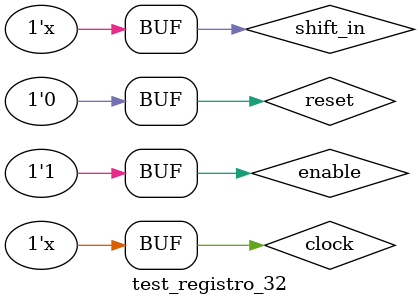
<source format=sv>
`timescale 1ns / 1ps


module test_registro_32();
 logic clock, reset, enable, shift_in;
    logic out;
    
    
    registro_32 DUT(.clock(clock),
                 .reset(reset),
                 .enable(enable),
                 .shift_in(shift_in),
                 .out(out));
 always #5 clock=~clock;
 always #7 shift_in = ~shift_in;
 
 initial begin
 clock=1;
 reset=1;
 enable = 1;
 shift_in = 0;
 
 #10 reset=0;
 #20 reset = 1;
 #15 reset =0 ; 
 
 
 end
         
endmodule

</source>
